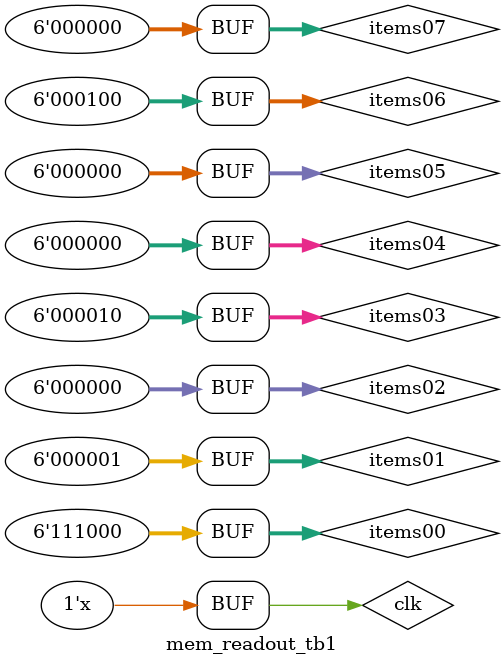
<source format=v>
`timescale 1ns / 1ps

module mem_readout_tb1;

    reg clk;                    // main clock
    //reg reset;                  // synchronously negated active-hi reset
    reg new_event;              // start over
    reg [5:0] items00;          // starting number of items for this memory
    reg [5:0] items01;          // starting number of items for this memory
    reg [5:0] items02;          // starting number of items for this memory
    reg [5:0] items03;          // starting number of items for this memory
    reg [5:0] items04;          // starting number of items for this memory
    reg [5:0] items05;          // starting number of items for this memory
    reg [5:0] items06;          // starting number of items for this memory
    reg [5:0] items07;          // starting number of items for this memory
    reg [11:0] mem_dat00;       // data from this memory
    reg [11:0] mem_dat01;       // data from this memory
    reg [11:0] mem_dat02;       // data from this memory
    reg [11:0] mem_dat03;       // data from this memory
    reg [11:0] mem_dat04;       // data from this memory
    reg [11:0] mem_dat05;       // data from this memory
    reg [11:0] mem_dat06;       // data from this memory
    reg [11:0] mem_dat07;       // data from this memory
    
    wire [5:0] addr00;          // lower part of memory address
    wire [5:0] addr01;          // lower part of memory address
    wire [5:0] addr02;          // lower part of memory address
    wire [5:0] addr03;          // lower part of memory address
    wire [5:0] addr04;          // lower part of memory address
    wire [5:0] addr05;          // lower part of memory address
    wire [5:0] addr06;          // lower part of memory address
    wire [5:0] addr07;          // lower part of memory address
    wire none;                  // no more items
    wire [11:0] mem_dat_stream;
    wire valid;                 // 'mem_dat_stream' has valid data
    
	// Instantiate the Unit Under Test (UUT)
	mem_readout_top uut(
        .clk(clk),                    // main clock
        //.reset(reset),                  // synchronously negated active-hi reset
        .new_event(new_event),        // start over
        .items00(items00),          // starting number of items for this memory
        .items01(items01),          // starting number of items for this memory
        .items02(items02),          // starting number of items for this memory
        .items03(items03),          // starting number of items for this memory
        .items04(items04),          // starting number of items for this memory
        .items05(items05),          // starting number of items for this memory
        .items06(items06),          // starting number of items for this memory
        .items07(items07),          // starting number of items for this memory

        .mem_dat00(mem_dat00),     
        .mem_dat01(mem_dat01),     
        .mem_dat02(mem_dat02),     
        .mem_dat03(mem_dat03),     
        .mem_dat04(mem_dat04),     
        .mem_dat05(mem_dat05),     
        .mem_dat06(mem_dat06),     
        .mem_dat07(mem_dat07),     

        .addr00(addr00),          // lower part of memory address
        .addr01(addr01),          // lower part of memory address
        .addr02(addr02),          // lower part of memory address
        .addr03(addr03),          // lower part of memory address
        .addr04(addr04),          // lower part of memory address
        .addr05(addr05),          // lower part of memory address
        .addr06(addr06),          // lower part of memory address
        .addr07(addr07),          // lower part of memory address
        .mem_dat_stream(mem_dat_stream),
        .valid(valid),
        .none(none)                 // no more items
    );

    reg [5:0] new_event_period;

	initial begin
		// Initialize Inputs
		clk = 0;
		//reset = 0;
		items00 = 6'b111000;
		items01 = 6'b000001;
		items02 = 6'b000000;
		items03 = 6'b000010;
		items04 = 6'b000000;
		items05 = 6'b000000;
		items06 = 6'b000100;
		items07 = 6'b000000;
		mem_dat00 = 12'b0;
		mem_dat01 = 12'b0;
		mem_dat02 = 12'b0;
		mem_dat03 = 12'b0;
		mem_dat04 = 12'b0;
		mem_dat05 = 12'b0;
		mem_dat06 = 12'b0;
		mem_dat07 = 12'b0;
		new_event = 1'b0;
  		new_event_period[5:0] = 0;

		// Wait 100 ns for global reset to finish
		#100;
        
    end

	// Add stimulus here
	// clocks
    always begin
        #5 clk = ~clk;   // 100 MHz
    end
        
    // Make the memory data match the address every clock period
    always @ (posedge clk) begin
        mem_dat00 <= {4'd00, 2'b0, addr00};
        mem_dat01 <= {4'd01, 2'b0, addr01};
        mem_dat02 <= {4'd02, 2'b0, addr02};
        mem_dat03 <= {4'd03, 2'b0, addr03};
        mem_dat04 <= {4'd04, 2'b0, addr04};
        mem_dat05 <= {4'd05, 2'b0, addr05};
        mem_dat06 <= {4'd06, 2'b0, addr06};
        mem_dat07 <= {4'd07, 2'b0, addr07};
    end
                            
    // periodically start a new event
    always @ (posedge clk) begin
        if (new_event_period[5:0] == 6'd50) begin
            new_event <= 1'b1;
            new_event_period <= 6'b0;
        end
        else begin
            new_event <= 1'b0;
            new_event_period[5:0] <= new_event_period[5:0] + 1'b1;
        end
    end
    
         
endmodule

</source>
